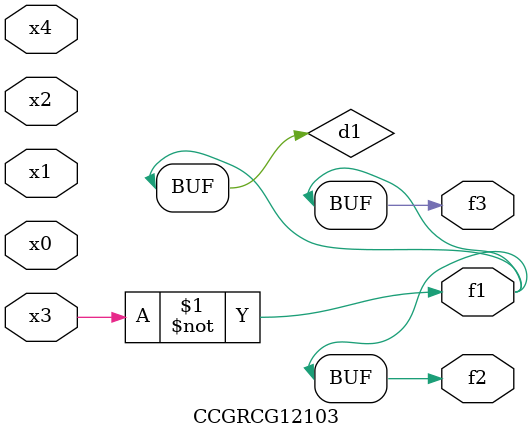
<source format=v>
module CCGRCG12103(
	input x0, x1, x2, x3, x4,
	output f1, f2, f3
);

	wire d1, d2;

	xnor (d1, x3);
	not (d2, x1);
	assign f1 = d1;
	assign f2 = d1;
	assign f3 = d1;
endmodule

</source>
